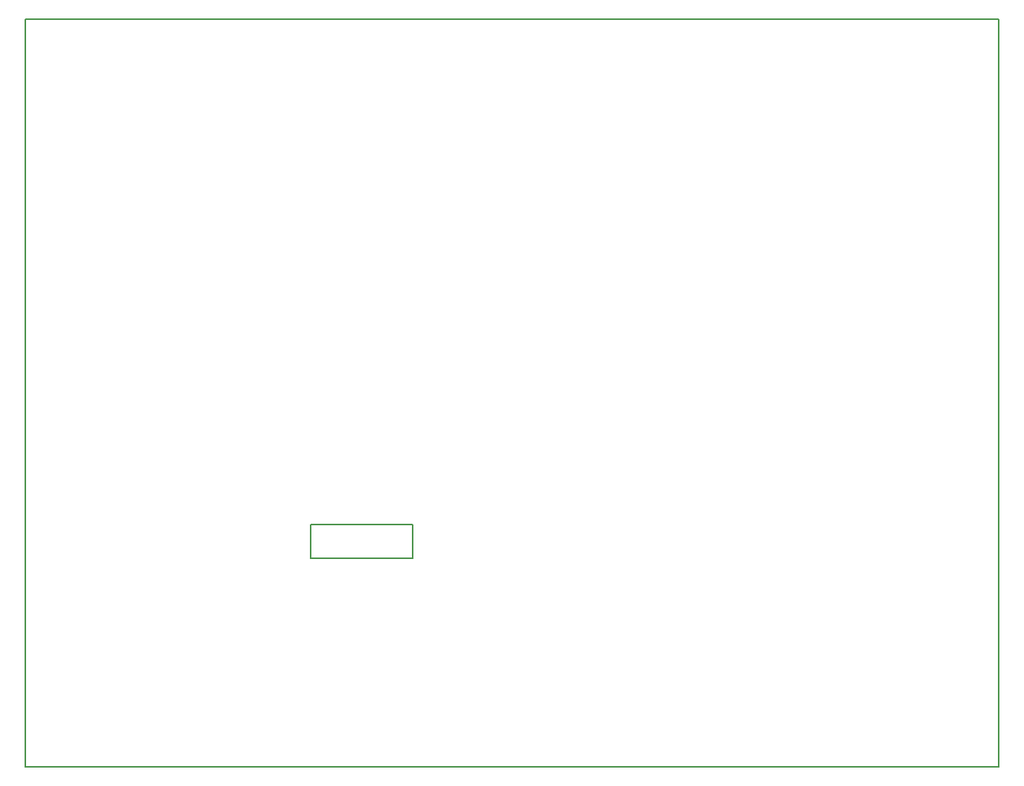
<source format=gm1>
G04 #@! TF.FileFunction,Profile,NP*
%FSLAX46Y46*%
G04 Gerber Fmt 4.6, Leading zero omitted, Abs format (unit mm)*
G04 Created by KiCad (PCBNEW 4.0.4+dfsg1-stable) date Sun Feb  5 22:53:45 2017*
%MOMM*%
%LPD*%
G01*
G04 APERTURE LIST*
%ADD1000C,0.100000*%
%ADD1100C,0.150000*%
G04 APERTURE END LIST*
D1000*
D1100*
X31500000Y26750000D02*
X42750000Y26750000D01*
X42750000Y23000000D02*
X42750000Y26750000D01*
X31500000Y23000000D02*
X42750000Y23000000D01*
X31500000Y26750000D02*
X31500000Y23000000D01*
X107500000Y0D02*
X107500000Y82500000D01*
X0Y0D02*
X107500000Y0D01*
X0Y82500000D02*
X0Y0D01*
X107500000Y82500000D02*
X0Y82500000D01*
M02*

</source>
